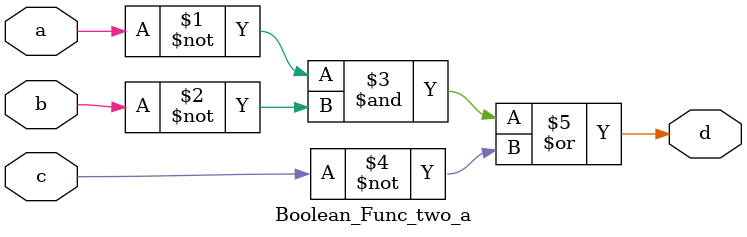
<source format=v>
`timescale 1ns / 1ps

module Boolean_Func_two_a(
    input a, b, c,
    output d
    );
    
    assign d = ((~a) & (~b)) | (~c);
    
endmodule

</source>
